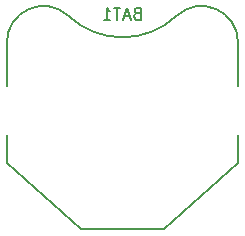
<source format=gbo>
G04 (created by PCBNEW (2013-07-07 BZR 4022)-stable) date 2/02/2014 9:55:01 p.m.*
%MOIN*%
G04 Gerber Fmt 3.4, Leading zero omitted, Abs format*
%FSLAX34Y34*%
G01*
G70*
G90*
G04 APERTURE LIST*
%ADD10C,0.00590551*%
G04 APERTURE END LIST*
G54D10*
X57244Y-39996D02*
X57244Y-39055D01*
X64960Y-37401D02*
X64960Y-35968D01*
X64960Y-39996D02*
X64960Y-39055D01*
X59304Y-35079D02*
G75*
G03X61102Y-35791I1797J1914D01*
G74*
G01*
X57247Y-35968D02*
G75*
G02X59304Y-35078I1221J0D01*
G74*
G01*
X57244Y-37401D02*
X57244Y-35968D01*
X59716Y-42196D02*
X57244Y-39996D01*
X62488Y-42196D02*
X59716Y-42196D01*
X64960Y-39996D02*
X62488Y-42196D01*
X64957Y-35968D02*
G75*
G03X62900Y-35078I-1221J0D01*
G74*
G01*
X62899Y-35079D02*
G75*
G02X61102Y-35791I-1797J1914D01*
G74*
G01*
X61580Y-34992D02*
X61524Y-35011D01*
X61505Y-35029D01*
X61486Y-35067D01*
X61486Y-35123D01*
X61505Y-35161D01*
X61524Y-35179D01*
X61561Y-35198D01*
X61711Y-35198D01*
X61711Y-34805D01*
X61580Y-34805D01*
X61542Y-34823D01*
X61524Y-34842D01*
X61505Y-34880D01*
X61505Y-34917D01*
X61524Y-34955D01*
X61542Y-34973D01*
X61580Y-34992D01*
X61711Y-34992D01*
X61336Y-35086D02*
X61149Y-35086D01*
X61374Y-35198D02*
X61242Y-34805D01*
X61111Y-35198D01*
X61036Y-34805D02*
X60811Y-34805D01*
X60924Y-35198D02*
X60924Y-34805D01*
X60474Y-35198D02*
X60699Y-35198D01*
X60586Y-35198D02*
X60586Y-34805D01*
X60624Y-34861D01*
X60661Y-34898D01*
X60699Y-34917D01*
M02*

</source>
